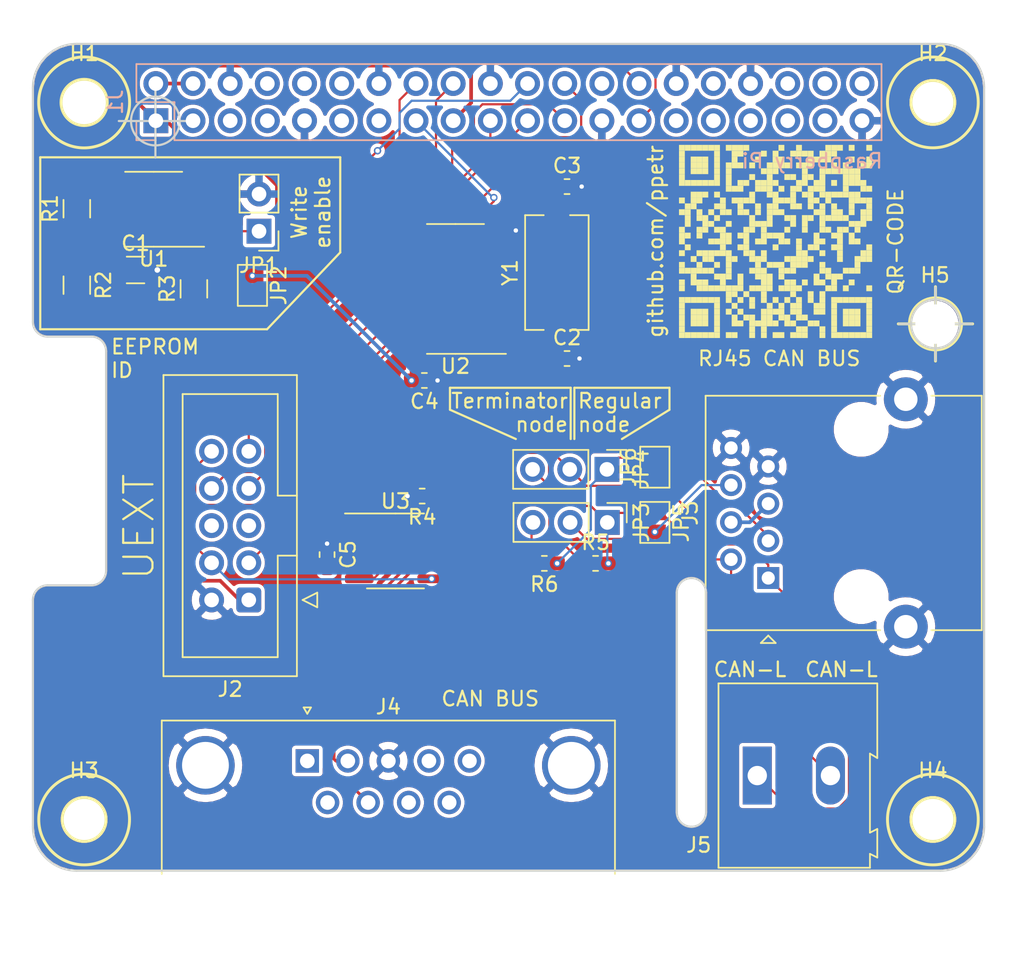
<source format=kicad_pcb>
(kicad_pcb (version 20171130) (host pcbnew "(5.1.6)-1")
  (title_block (rev 1))
  (layers (0 F.Cu signal) (31 B.Cu signal) (34 B.Paste user) (35 F.Paste user) (36 B.SilkS user) (37 F.SilkS user) (38 B.Mask user) (39 F.Mask user) (44 Edge.Cuts user))
  (net 0 "")
  (net 1 GND)
  (net 2 ID_SC)
  (net 3 ID_SD)
  (net 4 +3V3)
  (net 5 +5V)
  (net 6 /WRITE_PROTECT)
  (net 7 "Net-(C2-Pad1)")
  (net 8 "Net-(C3-Pad1)")
  (net 9 ~INT)
  (net 10 ~INT0)
  (net 11 ~INT1)
  (net 12 /MOSI)
  (net 13 /MISO)
  (net 14 AUTOBAUD)
  (net 15 /SCK)
  (net 16 /~SSEL)
  (net 17 /VBUS)
  (net 18 "Net-(R4-Pad1)")
  (net 19 /UEXT_POWER)
  (net 20 /TXCAN)
  (net 21 /RXCAN)
  (net 22 CAN+)
  (net 23 CAN-)
  (net 24 /CAN2+)
  (net 25 /CAN2-)
  (net 26 "Net-(JP3-Pad3)")
  (net 27 "Net-(JP4-Pad3)")
  (module rpi-hat:github.com_ppetr (layer F.Cu) (at 79.75 34.5 90)
    (fp_text reference QR-CODE (at 0 8.2 90) (layer F.SilkS))
    (fp_text value github.com/ppetr (at 0 -8.2 90) (layer F.SilkS))
  )
  (module Connector_PinSocket_2.54mm:PinSocket_2x20_P2.54mm_Vertical (layer B.Cu) (at 37.4 26.25 270)
    (fp_text reference J1 (at -1.27 2.77 270) (layer B.SilkS) (effects (justify mirror)))
    (fp_text value Raspberry_Pi_2_3)
    (pad 1 thru_hole rect (at 0 0 270) (size 1.7 1.7) (drill 1) (layers *.Cu *.Mask) (net 4 +3V3))
    (pad 2 thru_hole oval (at -2.54 0 270) (size 1.7 1.7) (drill 1) (layers *.Cu *.Mask) (net 5 +5V))
    (pad 3 thru_hole oval (at 0 -2.54 270) (size 1.7 1.7) (drill 1) (layers *.Cu *.Mask))
    (pad 4 thru_hole oval (at -2.54 -2.54 270) (size 1.7 1.7) (drill 1) (layers *.Cu *.Mask) (net 5 +5V))
    (pad 5 thru_hole oval (at 0 -5.08 270) (size 1.7 1.7) (drill 1) (layers *.Cu *.Mask))
    (pad 6 thru_hole oval (at -2.54 -5.08 270) (size 1.7 1.7) (drill 1) (layers *.Cu *.Mask) (net 1 GND))
    (pad 7 thru_hole oval (at 0 -7.62 270) (size 1.7 1.7) (drill 1) (layers *.Cu *.Mask))
    (pad 8 thru_hole oval (at -2.54 -7.62 270) (size 1.7 1.7) (drill 1) (layers *.Cu *.Mask))
    (pad 9 thru_hole oval (at 0 -10.16 270) (size 1.7 1.7) (drill 1) (layers *.Cu *.Mask) (net 1 GND))
    (pad 10 thru_hole oval (at -2.54 -10.16 270) (size 1.7 1.7) (drill 1) (layers *.Cu *.Mask))
    (pad 11 thru_hole oval (at 0 -12.7 270) (size 1.7 1.7) (drill 1) (layers *.Cu *.Mask))
    (pad 12 thru_hole oval (at -2.54 -12.7 270) (size 1.7 1.7) (drill 1) (layers *.Cu *.Mask))
    (pad 13 thru_hole oval (at 0 -15.24 270) (size 1.7 1.7) (drill 1) (layers *.Cu *.Mask))
    (pad 14 thru_hole oval (at -2.54 -15.24 270) (size 1.7 1.7) (drill 1) (layers *.Cu *.Mask) (net 1 GND))
    (pad 15 thru_hole oval (at 0 -17.78 270) (size 1.7 1.7) (drill 1) (layers *.Cu *.Mask) (net 9 ~INT))
    (pad 16 thru_hole oval (at -2.54 -17.78 270) (size 1.7 1.7) (drill 1) (layers *.Cu *.Mask) (net 10 ~INT0))
    (pad 17 thru_hole oval (at 0 -20.32 270) (size 1.7 1.7) (drill 1) (layers *.Cu *.Mask) (net 4 +3V3))
    (pad 18 thru_hole oval (at -2.54 -20.32 270) (size 1.7 1.7) (drill 1) (layers *.Cu *.Mask) (net 11 ~INT1))
    (pad 19 thru_hole oval (at 0 -22.86 270) (size 1.7 1.7) (drill 1) (layers *.Cu *.Mask) (net 12 /MOSI))
    (pad 20 thru_hole oval (at -2.54 -22.86 270) (size 1.7 1.7) (drill 1) (layers *.Cu *.Mask) (net 1 GND))
    (pad 21 thru_hole oval (at 0 -25.4 270) (size 1.7 1.7) (drill 1) (layers *.Cu *.Mask) (net 13 /MISO))
    (pad 22 thru_hole oval (at -2.54 -25.4 270) (size 1.7 1.7) (drill 1) (layers *.Cu *.Mask) (net 14 AUTOBAUD))
    (pad 23 thru_hole oval (at 0 -27.94 270) (size 1.7 1.7) (drill 1) (layers *.Cu *.Mask) (net 15 /SCK))
    (pad 24 thru_hole oval (at -2.54 -27.94 270) (size 1.7 1.7) (drill 1) (layers *.Cu *.Mask) (net 16 /~SSEL))
    (pad 25 thru_hole oval (at 0 -30.48 270) (size 1.7 1.7) (drill 1) (layers *.Cu *.Mask) (net 1 GND))
    (pad 26 thru_hole oval (at -2.54 -30.48 270) (size 1.7 1.7) (drill 1) (layers *.Cu *.Mask))
    (pad 27 thru_hole oval (at 0 -33.02 270) (size 1.7 1.7) (drill 1) (layers *.Cu *.Mask) (net 3 ID_SD))
    (pad 28 thru_hole oval (at -2.54 -33.02 270) (size 1.7 1.7) (drill 1) (layers *.Cu *.Mask) (net 2 ID_SC))
    (pad 29 thru_hole oval (at 0 -35.56 270) (size 1.7 1.7) (drill 1) (layers *.Cu *.Mask))
    (pad 30 thru_hole oval (at -2.54 -35.56 270) (size 1.7 1.7) (drill 1) (layers *.Cu *.Mask) (net 1 GND))
    (pad 31 thru_hole oval (at 0 -38.1 270) (size 1.7 1.7) (drill 1) (layers *.Cu *.Mask))
    (pad 32 thru_hole oval (at -2.54 -38.1 270) (size 1.7 1.7) (drill 1) (layers *.Cu *.Mask))
    (pad 33 thru_hole oval (at 0 -40.64 270) (size 1.7 1.7) (drill 1) (layers *.Cu *.Mask))
    (pad 34 thru_hole oval (at -2.54 -40.64 270) (size 1.7 1.7) (drill 1) (layers *.Cu *.Mask) (net 1 GND))
    (pad 35 thru_hole oval (at 0 -43.18 270) (size 1.7 1.7) (drill 1) (layers *.Cu *.Mask))
    (pad 36 thru_hole oval (at -2.54 -43.18 270) (size 1.7 1.7) (drill 1) (layers *.Cu *.Mask))
    (pad 37 thru_hole oval (at 0 -45.72 270) (size 1.7 1.7) (drill 1) (layers *.Cu *.Mask))
    (pad 38 thru_hole oval (at -2.54 -45.72 270) (size 1.7 1.7) (drill 1) (layers *.Cu *.Mask))
    (pad 39 thru_hole oval (at 0 -48.26 270) (size 1.7 1.7) (drill 1) (layers *.Cu *.Mask) (net 1 GND))
    (pad 40 thru_hole oval (at -2.54 -48.26 270) (size 1.7 1.7) (drill 1) (layers *.Cu *.Mask))
  )
  (module MountingHole:MountingHole_2.7mm_M2.5_DIN965 (layer F.Cu) (at 32.5 25)
    (fp_text reference H1 (at 0 -3.35) (layer F.SilkS))
    (fp_text value Drill)
    (pad 1 np_thru_hole circle (at 0 0) (size 2.7 2.7) (drill 2.7) (layers *.Cu *.Mask))
  )
  (module MountingHole:MountingHole_2.7mm_M2.5_DIN965 (layer F.Cu) (at 90.5 25)
    (fp_text reference H2 (at 0 -3.35) (layer F.SilkS))
    (fp_text value Drill)
    (pad 1 np_thru_hole circle (at 0 0) (size 2.7 2.7) (drill 2.7) (layers *.Cu *.Mask))
  )
  (module MountingHole:MountingHole_2.7mm_M2.5_DIN965 (layer F.Cu) (at 32.5 74)
    (fp_text reference H3 (at 0 -3.35) (layer F.SilkS))
    (fp_text value Drill)
    (pad 1 np_thru_hole circle (at 0 0) (size 2.7 2.7) (drill 2.7) (layers *.Cu *.Mask))
  )
  (module MountingHole:MountingHole_2.7mm_M2.5_DIN965 (layer F.Cu) (at 90.5 74)
    (fp_text reference H4 (at 0 -3.35) (layer F.SilkS))
    (fp_text value Drill)
    (pad 1 np_thru_hole circle (at 0 0) (size 2.7 2.7) (drill 2.7) (layers *.Cu *.Mask))
  )
  (module MountingHole:MountingHole_2.7mm_M2.5_DIN965 (layer F.Cu) (at 90.65 40.15)
    (fp_text reference H5 (at 0 -3.35) (layer F.SilkS))
    (fp_text value Drill)
    (pad 1 np_thru_hole circle (at 0 0) (size 2.7 2.7) (drill 2.7) (layers *.Cu *.Mask))
  )
  (module Package_SO:SOIC-8_3.9x4.9mm_P1.27mm (layer F.Cu) (at 37.25 32.3 180)
    (fp_text reference U1 (at 0 -3.4) (layer F.SilkS))
    (fp_text value CAT24C128)
    (pad 1 smd roundrect (at -2.475 -1.905 180) (size 1.95 0.6) (layers F.Cu F.Paste F.Mask) (net 1 GND))
    (pad 2 smd roundrect (at -2.475 -0.635 180) (size 1.95 0.6) (layers F.Cu F.Paste F.Mask) (net 1 GND))
    (pad 3 smd roundrect (at -2.475 0.635 180) (size 1.95 0.6) (layers F.Cu F.Paste F.Mask) (net 1 GND))
    (pad 4 smd roundrect (at -2.475 1.905 180) (size 1.95 0.6) (layers F.Cu F.Paste F.Mask) (net 1 GND))
    (pad 5 smd roundrect (at 2.475 1.905 180) (size 1.95 0.6) (layers F.Cu F.Paste F.Mask) (net 3 ID_SD))
    (pad 6 smd roundrect (at 2.475 0.635 180) (size 1.95 0.6) (layers F.Cu F.Paste F.Mask) (net 2 ID_SC))
    (pad 7 smd roundrect (at 2.475 -0.635 180) (size 1.95 0.6) (layers F.Cu F.Paste F.Mask) (net 6 /WRITE_PROTECT))
    (pad 8 smd roundrect (at 2.475 -1.905 180) (size 1.95 0.6) (layers F.Cu F.Paste F.Mask) (net 4 +3V3))
  )
  (module Resistor_SMD:R_1206_3216Metric_Pad1.42x1.75mm_HandSolder (layer F.Cu) (at 32 32.2625 90)
    (fp_text reference R1 (at 0 -1.82 90) (layer F.SilkS))
    (fp_text value 3k9)
    (pad 1 smd roundrect (at -1.4875 0 90) (size 1.425 1.75) (layers F.Cu F.Paste F.Mask) (roundrect_rratio 0.175439) (net 4 +3V3))
    (pad 2 smd roundrect (at 1.4875 0 90) (size 1.425 1.75) (layers F.Cu F.Paste F.Mask) (roundrect_rratio 0.175439) (net 3 ID_SD))
  )
  (module Resistor_SMD:R_1206_3216Metric_Pad1.42x1.75mm_HandSolder (layer F.Cu) (at 32 37.4875 270)
    (fp_text reference R2 (at 0 -1.82 90) (layer F.SilkS))
    (fp_text value 3k9)
    (pad 2 smd roundrect (at 1.4875 0 270) (size 1.425 1.75) (layers F.Cu F.Paste F.Mask) (roundrect_rratio 0.175439) (net 2 ID_SC))
    (pad 1 smd roundrect (at -1.4875 0 270) (size 1.425 1.75) (layers F.Cu F.Paste F.Mask) (roundrect_rratio 0.175439) (net 4 +3V3))
  )
  (module Resistor_SMD:R_1206_3216Metric_Pad1.42x1.75mm_HandSolder (layer F.Cu) (at 40 37.7375 90)
    (fp_text reference R3 (at 0 -1.82 90) (layer F.SilkS))
    (fp_text value 1k)
    (pad 1 smd roundrect (at -1.4875 0 90) (size 1.425 1.75) (layers F.Cu F.Paste F.Mask) (roundrect_rratio 0.175439) (net 4 +3V3))
    (pad 2 smd roundrect (at 1.4875 0 90) (size 1.425 1.75) (layers F.Cu F.Paste F.Mask) (roundrect_rratio 0.175439) (net 6 /WRITE_PROTECT))
  )
  (module Capacitor_SMD:C_1206_3216Metric_Pad1.42x1.75mm_HandSolder (layer F.Cu) (at 36.0125 36.45)
    (fp_text reference C1 (at 0 -1.82) (layer F.SilkS))
    (fp_text value 100nF)
    (pad 1 smd roundrect (at -1.4875 0) (size 1.425 1.75) (layers F.Cu F.Paste F.Mask) (roundrect_rratio 0.175439) (net 4 +3V3))
    (pad 2 smd roundrect (at 1.4875 0) (size 1.425 1.75) (layers F.Cu F.Paste F.Mask) (roundrect_rratio 0.175439) (net 1 GND))
  )
  (module Capacitor_SMD:C_0603_1608Metric_Pad1.05x0.95mm_HandSolder (layer F.Cu) (at 65.5 42.5)
    (fp_text reference C2 (at 0 -1.43) (layer F.SilkS))
    (fp_text value 22pF)
    (pad 1 smd roundrect (at -0.875 0) (size 1.05 0.95) (layers F.Cu F.Paste F.Mask) (net 7 "Net-(C2-Pad1)"))
    (pad 2 smd roundrect (at 0.875 0) (size 1.05 0.95) (layers F.Cu F.Paste F.Mask) (net 1 GND))
  )
  (module Capacitor_SMD:C_0603_1608Metric_Pad1.05x0.95mm_HandSolder (layer F.Cu) (at 65.5 30.75)
    (fp_text reference C3 (at 0 -1.43) (layer F.SilkS))
    (fp_text value 22pF)
    (pad 2 smd roundrect (at 0.875 0) (size 1.05 0.95) (layers F.Cu F.Paste F.Mask) (net 1 GND))
    (pad 1 smd roundrect (at -0.875 0) (size 1.05 0.95) (layers F.Cu F.Paste F.Mask) (net 8 "Net-(C3-Pad1)"))
  )
  (module Capacitor_SMD:C_0603_1608Metric_Pad1.05x0.95mm_HandSolder (layer F.Cu) (at 55.75 44 180)
    (fp_text reference C4 (at 0 -1.43) (layer F.SilkS))
    (fp_text value 100nF)
    (pad 1 smd roundrect (at -0.875 0 180) (size 1.05 0.95) (layers F.Cu F.Paste F.Mask) (net 1 GND))
    (pad 2 smd roundrect (at 0.875 0 180) (size 1.05 0.95) (layers F.Cu F.Paste F.Mask) (net 4 +3V3))
  )
  (module Capacitor_SMD:C_0603_1608Metric_Pad1.05x0.95mm_HandSolder (layer F.Cu) (at 49.1 55.9 270)
    (fp_text reference C5 (at 0 -1.43 90) (layer F.SilkS))
    (fp_text value 100nF)
    (pad 2 smd roundrect (at 0.875 0 270) (size 1.05 0.95) (layers F.Cu F.Paste F.Mask) (net 4 +3V3))
    (pad 1 smd roundrect (at -0.875 0 270) (size 1.05 0.95) (layers F.Cu F.Paste F.Mask) (net 1 GND))
  )
  (module Connector_IDC:IDC-Header_2x05_P2.54mm_Vertical (layer F.Cu) (at 43.75 59 180)
    (fp_text reference J2 (at 1.27 -6.1) (layer F.SilkS))
    (fp_text value UEXT_Slave)
    (pad 1 thru_hole roundrect (at 0 0 180) (size 1.7 1.7) (drill 1) (layers *.Cu *.Mask) (roundrect_rratio 0.147059) (net 19 /UEXT_POWER))
    (pad 3 thru_hole circle (at 0 2.54 180) (size 1.7 1.7) (drill 1) (layers *.Cu *.Mask) (net 9 ~INT))
    (pad 5 thru_hole circle (at 0 5.08 180) (size 1.7 1.7) (drill 1) (layers *.Cu *.Mask))
    (pad 7 thru_hole circle (at 0 7.62 180) (size 1.7 1.7) (drill 1) (layers *.Cu *.Mask) (net 13 /MISO))
    (pad 9 thru_hole circle (at 0 10.16 180) (size 1.7 1.7) (drill 1) (layers *.Cu *.Mask) (net 15 /SCK))
    (pad 2 thru_hole circle (at 2.54 0 180) (size 1.7 1.7) (drill 1) (layers *.Cu *.Mask) (net 1 GND))
    (pad 4 thru_hole circle (at 2.54 2.54 180) (size 1.7 1.7) (drill 1) (layers *.Cu *.Mask) (net 14 AUTOBAUD))
    (pad 6 thru_hole circle (at 2.54 5.08 180) (size 1.7 1.7) (drill 1) (layers *.Cu *.Mask))
    (pad 8 thru_hole circle (at 2.54 7.62 180) (size 1.7 1.7) (drill 1) (layers *.Cu *.Mask) (net 12 /MOSI))
    (pad 10 thru_hole circle (at 2.54 10.16 180) (size 1.7 1.7) (drill 1) (layers *.Cu *.Mask) (net 16 /~SSEL))
  )
  (module Connector_Dsub:DSUB-9_Male_Horizontal_P2.77x2.84mm_EdgePinOffset4.94mm_Housed_MountingHolesOffset7.48mm (layer F.Cu) (at 47.75 70)
    (fp_text reference J4 (at 5.54 -3.7) (layer F.SilkS))
    (fp_text value "DB9 Male CAN")
    (pad 1 thru_hole rect (at 0 0) (size 1.6 1.6) (drill 1) (layers *.Cu *.Mask))
    (pad 2 thru_hole circle (at 2.77 0) (size 1.6 1.6) (drill 1) (layers *.Cu *.Mask) (net 23 CAN-))
    (pad 3 thru_hole circle (at 5.54 0) (size 1.6 1.6) (drill 1) (layers *.Cu *.Mask) (net 1 GND))
    (pad 4 thru_hole circle (at 8.31 0) (size 1.6 1.6) (drill 1) (layers *.Cu *.Mask))
    (pad 5 thru_hole circle (at 11.08 0) (size 1.6 1.6) (drill 1) (layers *.Cu *.Mask))
    (pad 6 thru_hole circle (at 1.385 2.84) (size 1.6 1.6) (drill 1) (layers *.Cu *.Mask))
    (pad 7 thru_hole circle (at 4.155 2.84) (size 1.6 1.6) (drill 1) (layers *.Cu *.Mask) (net 22 CAN+))
    (pad 8 thru_hole circle (at 6.925 2.84) (size 1.6 1.6) (drill 1) (layers *.Cu *.Mask))
    (pad 9 thru_hole circle (at 9.695 2.84) (size 1.6 1.6) (drill 1) (layers *.Cu *.Mask))
    (pad 0 thru_hole circle (at -6.96 0.3) (size 4 4) (drill 3.2) (layers *.Cu *.Mask) (net 1 GND))
    (pad 0 thru_hole circle (at 18.04 0.3) (size 4 4) (drill 3.2) (layers *.Cu *.Mask) (net 1 GND))
  )
  (module Jumper:SolderJumper-2_P1.3mm_Bridged2Bar_Pad1.0x1.5mm (layer F.Cu) (at 44 37.5 270)
    (fp_text reference JP2 (at 0 -1.8 90) (layer F.SilkS))
    (fp_text value SolderJumper_2_Bridged)
    (fp_poly (pts (xy -0.25 -0.6) (xy 0.25 -0.6) (xy 0.25 -0.2) (xy -0.25 -0.2)) (layer F.Cu) (width 0))
    (fp_poly (pts (xy -0.25 0.2) (xy 0.25 0.2) (xy 0.25 0.6) (xy -0.25 0.6)) (layer F.Cu) (width 0))
    (pad 1 smd rect (at -0.65 0 270) (size 1 1.5) (layers F.Cu F.Mask) (net 4 +3V3))
    (pad 2 smd rect (at 0.65 0 270) (size 1 1.5) (layers F.Cu F.Mask) (net 19 /UEXT_POWER))
  )
  (module Resistor_SMD:R_0603_1608Metric_Pad1.05x0.95mm_HandSolder (layer F.Cu) (at 55.6 51.9 180)
    (fp_text reference R4 (at 0 -1.43) (layer F.SilkS))
    (fp_text value 100k)
    (pad 1 smd roundrect (at -0.875 0 180) (size 1.05 0.95) (layers F.Cu F.Paste F.Mask) (net 18 "Net-(R4-Pad1)"))
    (pad 2 smd roundrect (at 0.875 0 180) (size 1.05 0.95) (layers F.Cu F.Paste F.Mask) (net 1 GND))
  )
  (module Resistor_SMD:R_0603_1608Metric_Pad1.05x0.95mm_HandSolder (layer F.Cu) (at 67.45 56.5)
    (fp_text reference R5 (at 0 -1.43) (layer F.SilkS))
    (fp_text value 120)
    (pad 2 smd roundrect (at 0.875 0) (size 1.05 0.95) (layers F.Cu F.Paste F.Mask) (net 23 CAN-))
    (pad 1 smd roundrect (at -0.875 0) (size 1.05 0.95) (layers F.Cu F.Paste F.Mask) (net 27 "Net-(JP4-Pad3)"))
  )
  (module Package_SO:SOIC-14_3.9x8.7mm_P1.27mm (layer F.Cu) (at 57.874999 37.744999 180)
    (fp_text reference U2 (at 0 -5.28) (layer F.SilkS))
    (fp_text value MCP2517FD-xSL)
    (pad 1 smd roundrect (at -2.475 -3.81 180) (size 1.95 0.6) (layers F.Cu F.Paste F.Mask) (net 20 /TXCAN))
    (pad 2 smd roundrect (at -2.475 -2.54 180) (size 1.95 0.6) (layers F.Cu F.Paste F.Mask) (net 21 /RXCAN))
    (pad 3 smd roundrect (at -2.475 -1.27 180) (size 1.95 0.6) (layers F.Cu F.Paste F.Mask))
    (pad 4 smd roundrect (at -2.475 0 180) (size 1.95 0.6) (layers F.Cu F.Paste F.Mask) (net 9 ~INT))
    (pad 5 smd roundrect (at -2.475 1.27 180) (size 1.95 0.6) (layers F.Cu F.Paste F.Mask) (net 7 "Net-(C2-Pad1)"))
    (pad 6 smd roundrect (at -2.475 2.54 180) (size 1.95 0.6) (layers F.Cu F.Paste F.Mask) (net 8 "Net-(C3-Pad1)"))
    (pad 7 smd roundrect (at -2.475 3.81 180) (size 1.95 0.6) (layers F.Cu F.Paste F.Mask) (net 1 GND))
    (pad 8 smd roundrect (at 2.475 3.81 180) (size 1.95 0.6) (layers F.Cu F.Paste F.Mask) (net 11 ~INT1))
    (pad 9 smd roundrect (at 2.475 2.54 180) (size 1.95 0.6) (layers F.Cu F.Paste F.Mask) (net 10 ~INT0))
    (pad 10 smd roundrect (at 2.475 1.27 180) (size 1.95 0.6) (layers F.Cu F.Paste F.Mask) (net 15 /SCK))
    (pad 11 smd roundrect (at 2.475 0 180) (size 1.95 0.6) (layers F.Cu F.Paste F.Mask) (net 12 /MOSI))
    (pad 12 smd roundrect (at 2.475 -1.27 180) (size 1.95 0.6) (layers F.Cu F.Paste F.Mask) (net 13 /MISO))
    (pad 13 smd roundrect (at 2.475 -2.54 180) (size 1.95 0.6) (layers F.Cu F.Paste F.Mask) (net 16 /~SSEL))
    (pad 14 smd roundrect (at 2.475 -3.81 180) (size 1.95 0.6) (layers F.Cu F.Paste F.Mask) (net 4 +3V3))
  )
  (module Package_SO:SOIC-8_3.9x4.9mm_P1.27mm (layer F.Cu) (at 53.774999 55.65)
    (fp_text reference U3 (at 0 -3.4) (layer F.SilkS))
    (fp_text value SN65HVD235)
    (pad 1 smd roundrect (at -2.475 -1.905) (size 1.95 0.6) (layers F.Cu F.Paste F.Mask) (net 20 /TXCAN))
    (pad 2 smd roundrect (at -2.475 -0.635) (size 1.95 0.6) (layers F.Cu F.Paste F.Mask) (net 1 GND))
    (pad 3 smd roundrect (at -2.475 0.635) (size 1.95 0.6) (layers F.Cu F.Paste F.Mask) (net 4 +3V3))
    (pad 4 smd roundrect (at -2.475 1.905) (size 1.95 0.6) (layers F.Cu F.Paste F.Mask) (net 21 /RXCAN))
    (pad 5 smd roundrect (at 2.475 1.905) (size 1.95 0.6) (layers F.Cu F.Paste F.Mask) (net 14 AUTOBAUD))
    (pad 6 smd roundrect (at 2.475 0.635) (size 1.95 0.6) (layers F.Cu F.Paste F.Mask) (net 23 CAN-))
    (pad 7 smd roundrect (at 2.475 -0.635) (size 1.95 0.6) (layers F.Cu F.Paste F.Mask) (net 22 CAN+))
    (pad 8 smd roundrect (at 2.475 -1.905) (size 1.95 0.6) (layers F.Cu F.Paste F.Mask) (net 18 "Net-(R4-Pad1)"))
  )
  (module Crystal:Crystal_SMD_ECS_CSM3X-2Pin_7.6x4.1mm (layer F.Cu) (at 64.805001 36.624999 90)
    (fp_text reference Y1 (at 0 -3.2 90) (layer F.SilkS))
    (fp_text value 20MHz)
    (pad 1 smd rect (at -2.75 0 90) (size 3.5 1.2) (layers F.Cu F.Paste F.Mask) (net 7 "Net-(C2-Pad1)"))
    (pad 2 smd rect (at 2.75 0 90) (size 3.5 1.2) (layers F.Cu F.Paste F.Mask) (net 8 "Net-(C3-Pad1)"))
  )
  (module Connector_PinHeader_2.54mm:PinHeader_1x03_P2.54mm_Vertical (layer F.Cu) (at 68.25 53.7 270)
    (fp_text reference JP3 (at 0 -2.33 90) (layer F.SilkS))
    (fp_text value Terminator)
    (pad 3 thru_hole oval (at 0 5.08 270) (size 1.7 1.7) (drill 1) (layers *.Cu *.Mask) (net 26 "Net-(JP3-Pad3)"))
    (pad 2 thru_hole oval (at 0 2.54 270) (size 1.7 1.7) (drill 1) (layers *.Cu *.Mask) (net 25 /CAN2-))
    (pad 1 thru_hole rect (at 0 0 270) (size 1.7 1.7) (drill 1) (layers *.Cu *.Mask) (net 23 CAN-))
  )
  (module Connector_PinHeader_2.54mm:PinHeader_1x03_P2.54mm_Vertical (layer F.Cu) (at 68.224999 50.075001 270)
    (fp_text reference JP4 (at 0 -2.33 90) (layer F.SilkS))
    (fp_text value Terminator)
    (pad 1 thru_hole rect (at 0 0 270) (size 1.7 1.7) (drill 1) (layers *.Cu *.Mask) (net 24 /CAN2+))
    (pad 2 thru_hole oval (at 0 2.54 270) (size 1.7 1.7) (drill 1) (layers *.Cu *.Mask) (net 22 CAN+))
    (pad 3 thru_hole oval (at 0 5.08 270) (size 1.7 1.7) (drill 1) (layers *.Cu *.Mask) (net 27 "Net-(JP4-Pad3)"))
  )
  (module Jumper:SolderJumper-2_P1.3mm_Open_Pad1.0x1.5mm (layer F.Cu) (at 71.5 53.7 270)
    (fp_text reference JP5 (at 0 -1.8 90) (layer F.SilkS))
    (fp_text value NoTerminator)
    (pad 1 smd rect (at -0.65 0 270) (size 1 1.5) (layers F.Cu F.Mask) (net 23 CAN-))
    (pad 2 smd rect (at 0.65 0 270) (size 1 1.5) (layers F.Cu F.Mask) (net 25 /CAN2-))
  )
  (module Jumper:SolderJumper-2_P1.3mm_Open_Pad1.0x1.5mm (layer F.Cu) (at 71.5 49.925001 90)
    (fp_text reference JP6 (at 0 -1.8 90) (layer F.SilkS))
    (fp_text value NoTerminator)
    (pad 2 smd rect (at 0.65 0 90) (size 1 1.5) (layers F.Cu F.Mask) (net 24 /CAN2+))
    (pad 1 smd rect (at -0.65 0 90) (size 1 1.5) (layers F.Cu F.Mask) (net 22 CAN+))
  )
  (module Resistor_SMD:R_0603_1608Metric_Pad1.05x0.95mm_HandSolder (layer F.Cu) (at 63.95 56.5 180)
    (fp_text reference R6 (at 0 -1.43) (layer F.SilkS))
    (fp_text value 120)
    (pad 1 smd roundrect (at -0.875 0 180) (size 1.05 0.95) (layers F.Cu F.Paste F.Mask) (net 24 /CAN2+))
    (pad 2 smd roundrect (at 0.875 0 180) (size 1.05 0.95) (layers F.Cu F.Paste F.Mask) (net 26 "Net-(JP3-Pad3)"))
  )
  (module Connector_PinHeader_2.54mm:PinHeader_1x02_P2.54mm_Vertical (layer F.Cu) (at 44.45 33.8 180)
    (fp_text reference JP1 (at 0 -2.33) (layer F.SilkS))
    (fp_text value "Write Enable")
    (pad 1 thru_hole rect (at 0 0 180) (size 1.7 1.7) (drill 1) (layers *.Cu *.Mask) (net 6 /WRITE_PROTECT))
    (pad 2 thru_hole oval (at 0 2.54 180) (size 1.7 1.7) (drill 1) (layers *.Cu *.Mask) (net 1 GND))
  )
  (module TerminalBlock:TerminalBlock_Altech_AK300-2_P5.00mm (layer F.Cu) (at 78.5 71)
    (fp_text reference J5 (at -4 4.75) (layer F.SilkS))
    (fp_text value Screw_Terminal_01x02)
    (pad 1 thru_hole rect (at 0 0) (size 1.98 3.96) (drill 1.32) (layers *.Cu *.Mask) (net 22 CAN+))
    (pad 2 thru_hole oval (at 5 0) (size 1.98 3.96) (drill 1.32) (layers *.Cu *.Mask) (net 23 CAN-))
  )
  (module Connector_RJ:RJ45_Ninigi_GE (layer F.Cu) (at 79.25 57.5 90)
    (fp_text reference J3 (at 4.445 -5.34 90) (layer F.SilkS))
    (fp_text value RJ45_Shielded)
    (pad "" np_thru_hole circle (at 10.16 6.35 270) (size 3.25 3.25) (drill 3.25) (layers *.Cu *.Mask))
    (pad SH thru_hole circle (at 12.215 9.4 270) (size 3 3) (drill 1.6) (layers *.Cu *.Mask) (net 1 GND))
    (pad "" np_thru_hole circle (at -1.27 6.35 90) (size 3.25 3.25) (drill 3.25) (layers *.Cu *.Mask))
    (pad 3 thru_hole circle (at 2.54 0 270) (size 1.5 1.5) (drill 0.9) (layers *.Cu *.Mask) (net 24 /CAN2+))
    (pad 5 thru_hole circle (at 5.08 0 270) (size 1.5 1.5) (drill 0.9) (layers *.Cu *.Mask) (net 17 /VBUS))
    (pad 4 thru_hole circle (at 3.81 -2.54 270) (size 1.5 1.5) (drill 0.9) (layers *.Cu *.Mask) (net 17 /VBUS))
    (pad 7 thru_hole circle (at 7.62 0 270) (size 1.5 1.5) (drill 0.9) (layers *.Cu *.Mask) (net 1 GND))
    (pad 1 thru_hole rect (at 0 0 270) (size 1.5 1.5) (drill 0.9) (layers *.Cu *.Mask) (net 22 CAN+))
    (pad 2 thru_hole circle (at 1.27 -2.54 270) (size 1.5 1.5) (drill 0.9) (layers *.Cu *.Mask) (net 23 CAN-))
    (pad SH thru_hole circle (at -3.325 9.4 90) (size 3 3) (drill 1.6) (layers *.Cu *.Mask) (net 1 GND))
    (pad 8 thru_hole circle (at 8.89 -2.54 270) (size 1.5 1.5) (drill 0.9) (layers *.Cu *.Mask) (net 1 GND))
    (pad 6 thru_hole circle (at 6.35 -2.54 270) (size 1.5 1.5) (drill 0.9) (layers *.Cu *.Mask) (net 25 /CAN2-))
  )
  (gr_text "CAN-L\n" (at 84.25 63.75) (layer F.SilkS) (effects (font (size 1 1))))
  (gr_text "CAN-L\n" (at 78 63.75) (layer F.SilkS) (effects (font (size 1 1))))
  (gr_text "Raspberry Pi" (at 82.25 29) (layer B.SilkS) (effects (font (size 1 1)) (justify mirror)))
  (gr_text "RJ45 CAN BUS\n" (at 80 42.5) (layer F.SilkS) (effects (font (size 1 1))))
  (gr_text "CAN BUS\n" (at 60.25 65.75) (layer F.SilkS) (effects (font (size 1 1))))
  (gr_text "UEXT\n" (at 36.25 54 90) (layer F.SilkS) (effects (font (size 2 2))))
  (gr_line (start 45 40.5) (end 50 35.25) (layer F.SilkS) (width 0.15))
  (gr_text "Write\nenable" (at 48 32.5 90) (layer F.SilkS) (effects (font (size 1 1))))
  (gr_line (start 57.5 46) (end 62 48) (layer F.SilkS) (width 0.15))
  (gr_line (start 57.5 44.5) (end 57.5 46) (layer F.SilkS) (width 0.15))
  (gr_line (start 65.75 44.5) (end 57.5 44.5) (layer F.SilkS) (width 0.15))
  (gr_line (start 65.75 48) (end 65.75 44.5) (layer F.SilkS) (width 0.15))
  (gr_line (start 72.5 46) (end 69.25 48) (layer F.SilkS) (width 0.15))
  (gr_line (start 72.5 44.5) (end 72.5 46) (layer F.SilkS) (width 0.15))
  (gr_line (start 66 44.5) (end 72.5 44.5) (layer F.SilkS) (width 0.15))
  (gr_line (start 66 48) (end 66 44.5) (layer F.SilkS) (width 0.15))
  (gr_text "Terminator\nnode\n" (at 65.65 46.2) (layer F.SilkS) (effects (font (size 1 1)) (justify right)))
  (gr_text "Regular\nnode\n" (at 66.15 46.2) (layer F.SilkS) (effects (font (size 1 1)) (justify left)))
  (gr_text "EEPROM\nID" (at 34.25 42.5) (layer F.SilkS) (effects (font (size 1 1)) (justify left)))
  (gr_line (start 29.5 40.5) (end 29.5 28.75) (layer F.SilkS) (width 0.15))
  (gr_line (start 45 40.5) (end 29.5 40.5) (layer F.SilkS) (width 0.15))
  (gr_line (start 50 28.75) (end 50 35.25) (layer F.SilkS) (width 0.15))
  (gr_line (start 29.5 28.75) (end 50 28.75) (layer F.SilkS) (width 0.15))
  (target plus (at 37.37 26.27) (size 5) (width 0.15) (layer Edge.Cuts))
  (gr_circle (center 90.678 40.132) (end 92.456 40.132) (layer F.SilkS) (width 0.2))
  (gr_line (start 90.678 42.672) (end 90.678 37.592) (angle 90) (layer F.SilkS) (width 0.2))
  (gr_line (start 88.138 40.132) (end 93.218 40.132) (angle 90) (layer F.SilkS) (width 0.2))
  (target plus (at 90.678 40.132) (size 5) (width 0.15) (layer Edge.Cuts))
  (gr_line (start 32 77.5) (end 91 77.5) (angle 90) (layer Edge.Cuts) (width 0.15))
  (gr_circle (center 32.5 74) (end 35.6 73.9) (layer F.SilkS) (width 0.2))
  (gr_circle (center 32.5 74) (end 34 74) (layer F.SilkS) (width 0.2))
  (gr_circle (center 90.5 74) (end 93.6 74.1) (layer F.SilkS) (width 0.2))
  (gr_circle (center 90.5 74) (end 92 74) (layer F.SilkS) (width 0.2))
  (gr_circle (center 32.5 25) (end 35.6 24.8) (layer F.SilkS) (width 0.2))
  (gr_circle (center 90.5 25) (end 93.6 25.1) (layer F.SilkS) (width 0.2))
  (gr_circle (center 90.5 25) (end 92 25) (layer F.SilkS) (width 0.2))
  (gr_circle (center 32.5 25) (end 34 25.5) (layer F.SilkS) (width 0.2))
  (gr_arc (start 74 58.5) (end 74 57.5) (angle 90) (layer Edge.Cuts) (width 0.15))
  (gr_arc (start 74 58.5) (end 73 58.5) (angle 90) (layer Edge.Cuts) (width 0.15))
  (gr_line (start 75 73.5) (end 75 58.5) (angle 90) (layer Edge.Cuts) (width 0.15))
  (gr_arc (start 74 73.5) (end 75 73.5) (angle 90) (layer Edge.Cuts) (width 0.15))
  (gr_arc (start 74 73.5) (end 74 74.5) (angle 90) (layer Edge.Cuts) (width 0.15))
  (gr_line (start 73 73.5) (end 73 58.5) (angle 90) (layer Edge.Cuts) (width 0.15))
  (gr_line (start 29 40) (end 29 24) (angle 90) (layer Edge.Cuts) (width 0.15))
  (gr_arc (start 30 40) (end 30 41) (angle 90) (layer Edge.Cuts) (width 0.15))
  (gr_line (start 33 41) (end 30 41) (angle 90) (layer Edge.Cuts) (width 0.15))
  (gr_arc (start 33 42) (end 33 41) (angle 90) (layer Edge.Cuts) (width 0.15))
  (gr_line (start 34 57) (end 34 42) (angle 90) (layer Edge.Cuts) (width 0.15))
  (gr_arc (start 33 57) (end 34 57) (angle 90) (layer Edge.Cuts) (width 0.15))
  (gr_line (start 30 58) (end 33 58) (angle 90) (layer Edge.Cuts) (width 0.15))
  (gr_arc (start 30 59) (end 29 59) (angle 90) (layer Edge.Cuts) (width 0.15))
  (gr_line (start 29 74.5) (end 29 59) (angle 90) (layer Edge.Cuts) (width 0.15))
  (gr_arc (start 32 74.5) (end 32 77.5) (angle 90) (layer Edge.Cuts) (width 0.15))
  (gr_arc (start 91 74.5) (end 94 74.5) (angle 90) (layer Edge.Cuts) (width 0.15))
  (gr_line (start 94 24) (end 94 74.5) (angle 90) (layer Edge.Cuts) (width 0.15))
  (gr_arc (start 91 24) (end 91 21) (angle 90) (layer Edge.Cuts) (width 0.15))
  (gr_line (start 90 21) (end 91 21) (angle 90) (layer Edge.Cuts) (width 0.15))
  (gr_arc (start 32 24) (end 29 24) (angle 90) (layer Edge.Cuts) (width 0.15))
  (gr_line (start 32 21) (end 90 21) (angle 90) (layer Edge.Cuts) (width 0.15))
  (segment (start 85.63 26.27) (end 85.706 26.27) (width 0.254) (layer F.Cu) (net 1))
  (segment (start 37.5 36.45) (end 37.55 36.45) (width 0.254) (layer F.Cu) (net 1))
  (segment (start 39.725 34.275) (end 39.725 34.205) (width 0.254) (layer F.Cu) (net 1))
  (segment (start 37.55 36.45) (end 39.725 34.275) (width 0.254) (layer F.Cu) (net 1))
  (segment (start 39.725 34.205) (end 39.725 30.395) (width 0.254) (layer F.Cu) (net 1))
  (via (at 37.5 36.45) (size 0.889) (drill 0.381) (layers F.Cu B.Cu) (net 1))
  (via (at 49.1 55.15) (size 0.5) (drill 0.3) (layers F.Cu B.Cu) (net 1))
  (segment (start 49.1 55.025) (end 49.1 55.15) (width 0.25) (layer F.Cu) (net 1))
  (via (at 54.6 51.9) (size 0.5) (drill 0.3) (layers F.Cu B.Cu) (net 1))
  (segment (start 54.725 51.9) (end 54.6 51.9) (width 0.25) (layer F.Cu) (net 1))
  (segment (start 51.299999 55.015) (end 51.215 55.015) (width 0.25) (layer F.Cu) (net 1))
  (segment (start 51.08 55.15) (end 49.1 55.15) (width 0.25) (layer F.Cu) (net 1))
  (segment (start 51.215 55.015) (end 51.08 55.15) (width 0.25) (layer F.Cu) (net 1))
  (via (at 66.5 30.75) (size 0.5) (drill 0.3) (layers F.Cu B.Cu) (net 1))
  (segment (start 66.375 30.75) (end 66.5 30.75) (width 0.25) (layer F.Cu) (net 1))
  (via (at 62 33.75) (size 0.5) (drill 0.3) (layers F.Cu B.Cu) (net 1))
  (segment (start 60.349999 33.934999) (end 61.815001 33.934999) (width 0.25) (layer F.Cu) (net 1))
  (segment (start 61.815001 33.934999) (end 62 33.75) (width 0.25) (layer F.Cu) (net 1))
  (via (at 66.35 42.5) (size 0.5) (drill 0.3) (layers F.Cu B.Cu) (net 1))
  (segment (start 66.375 42.5) (end 66.35 42.5) (width 0.25) (layer F.Cu) (net 1))
  (via (at 56.65 44) (size 0.5) (drill 0.3) (layers F.Cu B.Cu) (net 1))
  (segment (start 56.625 44) (end 56.65 44) (width 0.25) (layer F.Cu) (net 1))
  (segment (start 30.23598 37.21098) (end 32 38.975) (width 0.254) (layer F.Cu) (net 2))
  (segment (start 30.23598 32.8157) (end 30.23598 37.21098) (width 0.254) (layer F.Cu) (net 2))
  (segment (start 31.18317 31.86851) (end 30.23598 32.8157) (width 0.254) (layer F.Cu) (net 2))
  (segment (start 34.57149 31.86851) (end 31.18317 31.86851) (width 0.254) (layer F.Cu) (net 2))
  (segment (start 34.775 31.665) (end 34.57149 31.86851) (width 0.254) (layer F.Cu) (net 2))
  (segment (start 68.744989 22.034989) (end 70.42 23.71) (width 0.15) (layer F.Cu) (net 2))
  (segment (start 35.72499 22.935598) (end 36.625599 22.034989) (width 0.15) (layer F.Cu) (net 2))
  (segment (start 36.625599 22.034989) (end 68.744989 22.034989) (width 0.15) (layer F.Cu) (net 2))
  (segment (start 35.724989 25.211399) (end 35.72499 22.935598) (width 0.15) (layer F.Cu) (net 2))
  (segment (start 36.02501 25.51142) (end 35.724989 25.211399) (width 0.15) (layer F.Cu) (net 2))
  (segment (start 36.02501 31.38999) (end 36.02501 25.51142) (width 0.15) (layer F.Cu) (net 2))
  (segment (start 35.75 31.665) (end 36.02501 31.38999) (width 0.15) (layer F.Cu) (net 2))
  (segment (start 34.775 31.665) (end 35.75 31.665) (width 0.15) (layer F.Cu) (net 2))
  (segment (start 32.38 30.395) (end 32 30.775) (width 0.254) (layer F.Cu) (net 3))
  (segment (start 34.775 30.395) (end 32.38 30.395) (width 0.254) (layer F.Cu) (net 3))
  (segment (start 35.374981 22.790621) (end 35.374981 29.724981) (width 0.15) (layer F.Cu) (net 3))
  (segment (start 71.545001 25.124999) (end 71.545001 23.169999) (width 0.15) (layer F.Cu) (net 3))
  (segment (start 70.059981 21.684979) (end 36.480621 21.684979) (width 0.15) (layer F.Cu) (net 3))
  (segment (start 70.42 26.25) (end 71.545001 25.124999) (width 0.15) (layer F.Cu) (net 3))
  (segment (start 71.545001 23.169999) (end 70.059981 21.684979) (width 0.15) (layer F.Cu) (net 3))
  (segment (start 36.480621 21.684979) (end 35.374981 22.790621) (width 0.15) (layer F.Cu) (net 3))
  (segment (start 34.775 30.324962) (end 34.775 30.395) (width 0.15) (layer F.Cu) (net 3))
  (segment (start 35.374981 29.724981) (end 34.775 30.324962) (width 0.15) (layer F.Cu) (net 3))
  (segment (start 34.775 34.205) (end 34.775 34.225) (width 0.254) (layer F.Cu) (net 4))
  (segment (start 32 33.75) (end 32 34) (width 0.254) (layer F.Cu) (net 4))
  (segment (start 34.525 34.455) (end 34.775 34.205) (width 0.254) (layer F.Cu) (net 4))
  (segment (start 34.525 36.45) (end 34.525 34.455) (width 0.254) (layer F.Cu) (net 4))
  (segment (start 34.075 36) (end 34.525 36.45) (width 0.254) (layer F.Cu) (net 4))
  (segment (start 32 36) (end 34.075 36) (width 0.254) (layer F.Cu) (net 4))
  (segment (start 32 36) (end 32 33.75) (width 0.254) (layer F.Cu) (net 4))
  (segment (start 49.59 56.285) (end 49.1 56.775) (width 0.25) (layer F.Cu) (net 4))
  (segment (start 51.299999 56.285) (end 49.59 56.285) (width 0.25) (layer F.Cu) (net 4))
  (segment (start 54.875 42.079998) (end 55.399999 41.554999) (width 0.25) (layer F.Cu) (net 4))
  (segment (start 54.875 44) (end 54.875 42.079998) (width 0.25) (layer F.Cu) (net 4))
  (via (at 54.875 44) (size 0.5) (drill 0.3) (layers F.Cu B.Cu) (net 4))
  (segment (start 47.725 36.85) (end 54.875 44) (width 0.25) (layer B.Cu) (net 4))
  (segment (start 48.24999 50.62501) (end 54.875 44) (width 0.25) (layer F.Cu) (net 4))
  (segment (start 48.24999 55.92499) (end 48.24999 50.62501) (width 0.25) (layer F.Cu) (net 4))
  (segment (start 49.1 56.775) (end 48.24999 55.92499) (width 0.25) (layer F.Cu) (net 4))
  (segment (start 45.675001 30.671999) (end 44.453002 29.45) (width 0.25) (layer F.Cu) (net 4))
  (segment (start 45.675001 35.174999) (end 45.675001 30.671999) (width 0.25) (layer F.Cu) (net 4))
  (segment (start 44 36.85) (end 45.675001 35.174999) (width 0.25) (layer F.Cu) (net 4))
  (via (at 44 36.85) (size 0.5) (drill 0.3) (layers F.Cu B.Cu) (net 4))
  (segment (start 47.725 36.85) (end 44 36.85) (width 0.25) (layer B.Cu) (net 4))
  (segment (start 42.375 36.85) (end 44 36.85) (width 0.25) (layer F.Cu) (net 4))
  (segment (start 40 39.225) (end 42.375 36.85) (width 0.25) (layer F.Cu) (net 4))
  (segment (start 37.3 39.225) (end 40 39.225) (width 0.25) (layer F.Cu) (net 4))
  (segment (start 34.525 36.45) (end 37.3 39.225) (width 0.25) (layer F.Cu) (net 4))
  (segment (start 38.126998 26.25) (end 37.4 26.25) (width 0.25) (layer F.Cu) (net 4))
  (segment (start 41.326998 29.45) (end 38.126998 26.25) (width 0.25) (layer F.Cu) (net 4))
  (segment (start 44.453002 29.45) (end 41.326998 29.45) (width 0.25) (layer F.Cu) (net 4))
  (segment (start 58.945001 25.024999) (end 57.72 26.25) (width 0.25) (layer F.Cu) (net 4))
  (segment (start 58.308001 22.484999) (end 58.945001 23.121999) (width 0.25) (layer F.Cu) (net 4))
  (segment (start 36.811999 22.484999) (end 58.308001 22.484999) (width 0.25) (layer F.Cu) (net 4))
  (segment (start 36.174999 23.121999) (end 36.811999 22.484999) (width 0.25) (layer F.Cu) (net 4))
  (segment (start 36.174999 25.024999) (end 36.174999 23.121999) (width 0.25) (layer F.Cu) (net 4))
  (segment (start 58.945001 23.121999) (end 58.945001 25.024999) (width 0.25) (layer F.Cu) (net 4))
  (segment (start 37.4 26.25) (end 36.174999 25.024999) (width 0.25) (layer F.Cu) (net 4))
  (segment (start 37.4 23.71) (end 39.94 23.71) (width 0.254) (layer F.Cu) (net 5))
  (segment (start 42.45 33.8) (end 40 36.25) (width 0.15) (layer F.Cu) (net 6))
  (segment (start 44.45 33.8) (end 42.45 33.8) (width 0.15) (layer F.Cu) (net 6))
  (segment (start 35.151768 32.935) (end 34.775 32.935) (width 0.15) (layer F.Cu) (net 6))
  (segment (start 36.07501 33.858242) (end 35.151768 32.935) (width 0.15) (layer F.Cu) (net 6))
  (segment (start 36.07501 36.9257) (end 36.07501 33.858242) (width 0.15) (layer F.Cu) (net 6))
  (segment (start 36.79932 37.65001) (end 36.07501 36.9257) (width 0.15) (layer F.Cu) (net 6))
  (segment (start 38.59999 37.65001) (end 36.79932 37.65001) (width 0.15) (layer F.Cu) (net 6))
  (segment (start 40 36.25) (end 38.59999 37.65001) (width 0.15) (layer F.Cu) (net 6))
  (segment (start 64.625 39.555) (end 64.805001 39.374999) (width 0.15) (layer F.Cu) (net 7))
  (segment (start 64.625 42.5) (end 64.625 39.555) (width 0.15) (layer F.Cu) (net 7))
  (segment (start 61.905001 36.474999) (end 64.805001 39.374999) (width 0.15) (layer F.Cu) (net 7))
  (segment (start 60.349999 36.474999) (end 61.905001 36.474999) (width 0.15) (layer F.Cu) (net 7))
  (segment (start 63.475001 35.204999) (end 64.805001 33.874999) (width 0.15) (layer F.Cu) (net 8))
  (segment (start 60.349999 35.204999) (end 63.475001 35.204999) (width 0.15) (layer F.Cu) (net 8))
  (segment (start 64.805001 30.930001) (end 64.625 30.75) (width 0.15) (layer F.Cu) (net 8))
  (segment (start 64.805001 33.874999) (end 64.805001 30.930001) (width 0.15) (layer F.Cu) (net 8))
  (segment (start 46.060008 54.149992) (end 43.75 56.46) (width 0.15) (layer F.Cu) (net 9))
  (segment (start 46.060008 49.248222) (end 46.060008 54.149992) (width 0.15) (layer F.Cu) (net 9))
  (segment (start 54.378241 40.929989) (end 46.060008 49.248222) (width 0.15) (layer F.Cu) (net 9))
  (segment (start 56.858951 40.929989) (end 54.378241 40.929989) (width 0.15) (layer F.Cu) (net 9))
  (segment (start 60.043941 37.744999) (end 56.858951 40.929989) (width 0.15) (layer F.Cu) (net 9))
  (segment (start 60.349999 37.744999) (end 60.043941 37.744999) (width 0.15) (layer F.Cu) (net 9))
  (via (at 60.5 31.5) (size 0.5) (drill 0.3) (layers F.Cu B.Cu) (net 9))
  (segment (start 55.18 26.25) (end 60.43 31.5) (width 0.15) (layer B.Cu) (net 9))
  (segment (start 60.43 31.5) (end 60.5 31.5) (width 0.15) (layer B.Cu) (net 9))
  (segment (start 60.5 31.5) (end 60.5 31.75) (width 0.15) (layer F.Cu) (net 9))
  (segment (start 59.049989 37.419989) (end 59.374999 37.744999) (width 0.15) (layer F.Cu) (net 9))
  (segment (start 59.049989 33.200011) (end 59.049989 37.419989) (width 0.15) (layer F.Cu) (net 9))
  (segment (start 59.374999 37.744999) (end 60.349999 37.744999) (width 0.15) (layer F.Cu) (net 9))
  (segment (start 60.5 31.75) (end 59.049989 33.200011) (width 0.15) (layer F.Cu) (net 9))
  (segment (start 54.054999 24.835001) (end 55.18 23.71) (width 0.15) (layer F.Cu) (net 10))
  (segment (start 54.054999 34.834999) (end 54.054999 24.835001) (width 0.15) (layer F.Cu) (net 10))
  (segment (start 54.424999 35.204999) (end 54.054999 34.834999) (width 0.15) (layer F.Cu) (net 10))
  (segment (start 55.399999 35.204999) (end 54.424999 35.204999) (width 0.15) (layer F.Cu) (net 10))
  (segment (start 56.544999 24.885001) (end 57.72 23.71) (width 0.15) (layer F.Cu) (net 11))
  (segment (start 56.544999 32.789999) (end 56.544999 24.885001) (width 0.15) (layer F.Cu) (net 11))
  (segment (start 55.399999 33.934999) (end 56.544999 32.789999) (width 0.15) (layer F.Cu) (net 11))
  (segment (start 42.335001 50.254999) (end 41.21 51.38) (width 0.15) (layer F.Cu) (net 12))
  (segment (start 44.000003 50.254999) (end 42.335001 50.254999) (width 0.15) (layer F.Cu) (net 12))
  (segment (start 44.875001 49.380001) (end 44.000003 50.254999) (width 0.15) (layer F.Cu) (net 12))
  (segment (start 44.875001 47.294997) (end 44.875001 49.380001) (width 0.15) (layer F.Cu) (net 12))
  (segment (start 54.424999 37.744999) (end 44.875001 47.294997) (width 0.15) (layer F.Cu) (net 12))
  (segment (start 55.399999 37.744999) (end 54.424999 37.744999) (width 0.15) (layer F.Cu) (net 12))
  (segment (start 55.399999 37.744999) (end 55.706057 37.744999) (width 0.15) (layer F.Cu) (net 12))
  (segment (start 57.999959 35.451097) (end 57.999959 30.500041) (width 0.15) (layer F.Cu) (net 12))
  (segment (start 55.706057 37.744999) (end 57.999959 35.451097) (width 0.15) (layer F.Cu) (net 12))
  (segment (start 60.26 28.24) (end 60.26 26.25) (width 0.15) (layer F.Cu) (net 12))
  (segment (start 57.999959 30.500041) (end 60.26 28.24) (width 0.15) (layer F.Cu) (net 12))
  (segment (start 45.225011 49.904989) (end 43.75 51.38) (width 0.15) (layer F.Cu) (net 13))
  (segment (start 45.225011 48.214987) (end 45.225011 49.904989) (width 0.15) (layer F.Cu) (net 13))
  (segment (start 54.424999 39.014999) (end 45.225011 48.214987) (width 0.15) (layer F.Cu) (net 13))
  (segment (start 55.399999 39.014999) (end 54.424999 39.014999) (width 0.15) (layer F.Cu) (net 13))
  (segment (start 58.349969 30.700031) (end 62.8 26.25) (width 0.15) (layer F.Cu) (net 13))
  (segment (start 58.349969 37.040029) (end 58.349969 30.700031) (width 0.15) (layer F.Cu) (net 13))
  (segment (start 56.374999 39.014999) (end 58.349969 37.040029) (width 0.15) (layer F.Cu) (net 13))
  (segment (start 55.399999 39.014999) (end 56.374999 39.014999) (width 0.15) (layer F.Cu) (net 13))
  (segment (start 61.624999 24.885001) (end 54.879997 24.885001) (width 0.15) (layer B.Cu) (net 14))
  (segment (start 62.8 23.71) (end 61.624999 24.885001) (width 0.15) (layer B.Cu) (net 14))
  (segment (start 54.879997 24.885001) (end 54.054999 25.709999) (width 0.15) (layer B.Cu) (net 14))
  (segment (start 54.054999 25.709999) (end 54.054999 26.790001) (width 0.15) (layer B.Cu) (net 14))
  (via (at 56.249999 57.555) (size 0.5) (drill 0.3) (layers F.Cu B.Cu) (net 14))
  (segment (start 56.219998 57.585001) (end 56.249999 57.555) (width 0.15) (layer B.Cu) (net 14))
  (segment (start 42.335001 57.585001) (end 56.219998 57.585001) (width 0.15) (layer B.Cu) (net 14))
  (segment (start 41.21 56.46) (end 42.335001 57.585001) (width 0.15) (layer B.Cu) (net 14))
  (segment (start 52.4525 28.3975) (end 52.55 28.3) (width 0.15) (layer B.Cu) (net 14))
  (segment (start 52.4475 28.3975) (end 52.4525 28.3975) (width 0.15) (layer B.Cu) (net 14))
  (segment (start 54.054999 26.790001) (end 52.4475 28.3975) (width 0.15) (layer B.Cu) (net 14))
  (via (at 52.55 28.3) (size 0.5) (drill 0.3) (layers F.Cu B.Cu) (net 14))
  (segment (start 51 33) (end 51 37.384998) (width 0.15) (layer F.Cu) (net 14))
  (segment (start 39.734989 48.650009) (end 39.734989 54.984989) (width 0.15) (layer F.Cu) (net 14))
  (segment (start 51 37.384998) (end 39.734989 48.650009) (width 0.15) (layer F.Cu) (net 14))
  (segment (start 39.734989 54.984989) (end 41.21 56.46) (width 0.15) (layer F.Cu) (net 14))
  (segment (start 51 29.85) (end 52.55 28.3) (width 0.15) (layer F.Cu) (net 14))
  (segment (start 51 33) (end 51 29.85) (width 0.15) (layer F.Cu) (net 14))
  (segment (start 43.75 47.149998) (end 43.75 48.84) (width 0.15) (layer F.Cu) (net 15))
  (segment (start 54.424999 36.474999) (end 43.75 47.149998) (width 0.15) (layer F.Cu) (net 15))
  (segment (start 55.399999 36.474999) (end 54.424999 36.474999) (width 0.15) (layer F.Cu) (net 15))
  (segment (start 64.214999 25.124999) (end 65.34 26.25) (width 0.15) (layer F.Cu) (net 15))
  (segment (start 59.719999 25.124999) (end 64.214999 25.124999) (width 0.15) (layer F.Cu) (net 15))
  (segment (start 59.134999 25.709999) (end 59.719999 25.124999) (width 0.15) (layer F.Cu) (net 15))
  (segment (start 59.134999 26.574003) (end 59.134999 25.709999) (width 0.15) (layer F.Cu) (net 15))
  (segment (start 57.649949 28.059053) (end 59.134999 26.574003) (width 0.15) (layer F.Cu) (net 15))
  (segment (start 57.649949 35.200049) (end 57.649949 28.059053) (width 0.15) (layer F.Cu) (net 15))
  (segment (start 56.374999 36.474999) (end 57.649949 35.200049) (width 0.15) (layer F.Cu) (net 15))
  (segment (start 55.399999 36.474999) (end 56.374999 36.474999) (width 0.15) (layer F.Cu) (net 15))
  (segment (start 40.669999 52.505001) (end 40.084999 51.920001) (width 0.15) (layer F.Cu) (net 16))
  (segment (start 44.290001 52.505001) (end 40.669999 52.505001) (width 0.15) (layer F.Cu) (net 16))
  (segment (start 45.709998 51.085004) (end 44.290001 52.505001) (width 0.15) (layer F.Cu) (net 16))
  (segment (start 40.084999 49.965001) (end 41.21 48.84) (width 0.15) (layer F.Cu) (net 16))
  (segment (start 40.084999 51.920001) (end 40.084999 49.965001) (width 0.15) (layer F.Cu) (net 16))
  (segment (start 45.709998 49) (end 45.709998 51.085004) (width 0.15) (layer F.Cu) (net 16))
  (segment (start 54.424999 40.284999) (end 45.709998 49) (width 0.15) (layer F.Cu) (net 16))
  (segment (start 55.399999 40.284999) (end 54.424999 40.284999) (width 0.15) (layer F.Cu) (net 16))
  (segment (start 66.465001 24.835001) (end 65.34 23.71) (width 0.15) (layer F.Cu) (net 16))
  (segment (start 65.880001 27.375001) (end 66.465001 26.790001) (width 0.15) (layer F.Cu) (net 16))
  (segment (start 63.847997 27.375001) (end 65.880001 27.375001) (width 0.15) (layer F.Cu) (net 16))
  (segment (start 66.465001 26.790001) (end 66.465001 24.835001) (width 0.15) (layer F.Cu) (net 16))
  (segment (start 58.699979 32.523019) (end 63.847997 27.375001) (width 0.15) (layer F.Cu) (net 16))
  (segment (start 58.699979 37.960019) (end 58.699979 32.523019) (width 0.15) (layer F.Cu) (net 16))
  (segment (start 56.374999 40.284999) (end 58.699979 37.960019) (width 0.15) (layer F.Cu) (net 16))
  (segment (start 55.399999 40.284999) (end 56.374999 40.284999) (width 0.15) (layer F.Cu) (net 16))
  (segment (start 77.98 53.69) (end 79.25 52.42) (width 0.25) (layer B.Cu) (net 17))
  (segment (start 76.71 53.69) (end 77.98 53.69) (width 0.25) (layer B.Cu) (net 17))
  (segment (start 56.249999 52.125001) (end 56.475 51.9) (width 0.15) (layer F.Cu) (net 18))
  (segment (start 56.249999 53.745) (end 56.249999 52.125001) (width 0.15) (layer F.Cu) (net 18))
  (segment (start 39.284979 42.865021) (end 44 38.15) (width 0.25) (layer F.Cu) (net 19))
  (segment (start 39.284979 56.347981) (end 39.284979 42.865021) (width 0.25) (layer F.Cu) (net 19))
  (segment (start 40.621999 57.685001) (end 39.284979 56.347981) (width 0.25) (layer F.Cu) (net 19))
  (segment (start 41.798001 57.685001) (end 40.621999 57.685001) (width 0.25) (layer F.Cu) (net 19))
  (segment (start 43.113 59) (end 41.798001 57.685001) (width 0.25) (layer F.Cu) (net 19))
  (segment (start 43.75 59) (end 43.113 59) (width 0.25) (layer F.Cu) (net 19))
  (segment (start 60.349999 42.636069) (end 51.299999 51.686069) (width 0.15) (layer F.Cu) (net 20))
  (segment (start 51.299999 51.686069) (end 51.299999 53.745) (width 0.15) (layer F.Cu) (net 20))
  (segment (start 60.349999 41.554999) (end 60.349999 42.636069) (width 0.15) (layer F.Cu) (net 20))
  (segment (start 61.324999 40.284999) (end 60.349999 40.284999) (width 0.15) (layer F.Cu) (net 21))
  (segment (start 61.600009 41.881047) (end 61.600009 40.560009) (width 0.15) (layer F.Cu) (net 21))
  (segment (start 53.87499 49.606066) (end 61.600009 41.881047) (width 0.15) (layer F.Cu) (net 21))
  (segment (start 53.87499 55.955009) (end 53.87499 49.606066) (width 0.15) (layer F.Cu) (net 21))
  (segment (start 61.600009 40.560009) (end 61.324999 40.284999) (width 0.15) (layer F.Cu) (net 21))
  (segment (start 52.274999 57.555) (end 53.87499 55.955009) (width 0.15) (layer F.Cu) (net 21))
  (segment (start 51.299999 57.555) (end 52.274999 57.555) (width 0.15) (layer F.Cu) (net 21))
  (segment (start 66.81 51.200002) (end 65.684999 50.075001) (width 0.15) (layer F.Cu) (net 22))
  (segment (start 70.874999 51.200002) (end 66.81 51.200002) (width 0.15) (layer F.Cu) (net 22))
  (segment (start 71.5 50.575001) (end 70.874999 51.200002) (width 0.15) (layer F.Cu) (net 22))
  (segment (start 57.224999 55.015) (end 57.69999 54.540009) (width 0.15) (layer F.Cu) (net 22))
  (segment (start 56.249999 55.015) (end 57.224999 55.015) (width 0.15) (layer F.Cu) (net 22))
  (segment (start 64.209988 48.59999) (end 65.684999 50.075001) (width 0.15) (layer F.Cu) (net 22))
  (segment (start 62.46002 48.59999) (end 64.209988 48.59999) (width 0.15) (layer F.Cu) (net 22))
  (segment (start 57.69999 53.36002) (end 62.46002 48.59999) (width 0.15) (layer F.Cu) (net 22))
  (segment (start 57.69999 54.540009) (end 57.69999 53.36002) (width 0.15) (layer F.Cu) (net 22))
  (segment (start 50.165001 71.100001) (end 49.991999 71.100001) (width 0.2) (layer F.Cu) (net 22))
  (segment (start 51.905 72.84) (end 50.165001 71.100001) (width 0.2) (layer F.Cu) (net 22))
  (segment (start 49.991999 71.100001) (end 49.419999 70.528001) (width 0.2) (layer F.Cu) (net 22))
  (segment (start 49.419999 70.354999) (end 49.125 70.06) (width 0.2) (layer F.Cu) (net 22))
  (segment (start 49.419999 70.528001) (end 49.419999 70.354999) (width 0.2) (layer F.Cu) (net 22))
  (segment (start 55.580009 55.68499) (end 56.249999 55.015) (width 0.2) (layer F.Cu) (net 22))
  (segment (start 49.125 62.139999) (end 54.974989 56.29001) (width 0.2) (layer F.Cu) (net 22))
  (segment (start 54.974989 56.29001) (end 54.974989 55.948598) (width 0.2) (layer F.Cu) (net 22))
  (segment (start 49.125 70.06) (end 49.125 62.139999) (width 0.2) (layer F.Cu) (net 22))
  (segment (start 55.238597 55.68499) (end 55.580009 55.68499) (width 0.2) (layer F.Cu) (net 22))
  (segment (start 54.974989 55.948598) (end 55.238597 55.68499) (width 0.2) (layer F.Cu) (net 22))
  (segment (start 79.25 56.6) (end 79.25 57.5) (width 0.15) (layer F.Cu) (net 22))
  (segment (start 76.129998 55.204999) (end 77.854999 55.204999) (width 0.15) (layer F.Cu) (net 22))
  (segment (start 77.854999 55.204999) (end 79.25 56.6) (width 0.15) (layer F.Cu) (net 22))
  (segment (start 71.5 50.575001) (end 76.129998 55.204999) (width 0.15) (layer F.Cu) (net 22))
  (segment (start 84.76501 63.01501) (end 79.25 57.5) (width 0.15) (layer F.Cu) (net 22))
  (segment (start 84.76501 72.513984) (end 84.76501 63.01501) (width 0.15) (layer F.Cu) (net 22))
  (segment (start 80.75501 73.25501) (end 84.023984 73.25501) (width 0.15) (layer F.Cu) (net 22))
  (segment (start 84.023984 73.25501) (end 84.76501 72.513984) (width 0.15) (layer F.Cu) (net 22))
  (segment (start 78.5 71) (end 80.75501 73.25501) (width 0.15) (layer F.Cu) (net 22))
  (segment (start 55.616396 56.285) (end 56.249999 56.285) (width 0.2) (layer F.Cu) (net 23))
  (segment (start 68.9 53.05) (end 68.25 53.7) (width 0.15) (layer F.Cu) (net 23))
  (segment (start 71.5 53.05) (end 68.9 53.05) (width 0.15) (layer F.Cu) (net 23))
  (segment (start 68.25 56.425) (end 68.325 56.5) (width 0.15) (layer F.Cu) (net 23))
  (segment (start 62.604998 48.95) (end 58.05 53.504998) (width 0.15) (layer F.Cu) (net 23))
  (segment (start 67.124999 52.574999) (end 66.229997 52.574999) (width 0.15) (layer F.Cu) (net 23))
  (segment (start 68.25 53.7) (end 67.124999 52.574999) (width 0.15) (layer F.Cu) (net 23))
  (segment (start 63.685 48.95) (end 62.604998 48.95) (width 0.15) (layer F.Cu) (net 23))
  (segment (start 66.229997 52.574999) (end 64.27 50.615002) (width 0.15) (layer F.Cu) (net 23))
  (segment (start 64.27 50.615002) (end 64.27 49.535) (width 0.15) (layer F.Cu) (net 23))
  (segment (start 64.27 49.535) (end 63.685 48.95) (width 0.15) (layer F.Cu) (net 23))
  (segment (start 57.224999 56.285) (end 56.249999 56.285) (width 0.15) (layer F.Cu) (net 23))
  (segment (start 58.05 55.459999) (end 57.224999 56.285) (width 0.15) (layer F.Cu) (net 23))
  (segment (start 58.05 53.504998) (end 58.05 55.459999) (width 0.15) (layer F.Cu) (net 23))
  (segment (start 68.25 53.7) (end 68.25 56.425) (width 0.15) (layer B.Cu) (net 23))
  (via (at 68.325 56.5) (size 0.5) (drill 0.3) (layers F.Cu B.Cu) (net 23))
  (segment (start 68.25 56.425) (end 68.325 56.5) (width 0.15) (layer B.Cu) (net 23))
  (segment (start 49.701397 70) (end 49.575 69.873603) (width 0.2) (layer F.Cu) (net 23))
  (segment (start 50.52 70) (end 49.701397 70) (width 0.2) (layer F.Cu) (net 23))
  (segment (start 49.575 62.326396) (end 55.616396 56.285) (width 0.2) (layer F.Cu) (net 23))
  (segment (start 49.575 69.873603) (end 49.575 62.326396) (width 0.2) (layer F.Cu) (net 23))
  (segment (start 71.945002 53.05) (end 71.5 53.05) (width 0.15) (layer F.Cu) (net 23))
  (segment (start 75.125002 56.23) (end 71.945002 53.05) (width 0.15) (layer F.Cu) (net 23))
  (segment (start 76.71 56.23) (end 75.125002 56.23) (width 0.15) (layer F.Cu) (net 23))
  (segment (start 76.71 64.21) (end 76.71 56.23) (width 0.15) (layer F.Cu) (net 23))
  (segment (start 83.5 71) (end 76.71 64.21) (width 0.15) (layer F.Cu) (net 23))
  (segment (start 69.024999 49.275001) (end 68.224999 50.075001) (width 0.15) (layer F.Cu) (net 24))
  (segment (start 71.5 49.275001) (end 69.024999 49.275001) (width 0.15) (layer F.Cu) (net 24))
  (segment (start 67.124999 54.200001) (end 64.825 56.5) (width 0.15) (layer B.Cu) (net 24))
  (via (at 64.825 56.5) (size 0.5) (drill 0.3) (layers F.Cu B.Cu) (net 24))
  (segment (start 67.124999 51.175001) (end 67.124999 54.200001) (width 0.15) (layer B.Cu) (net 24))
  (segment (start 68.224999 50.075001) (end 67.124999 51.175001) (width 0.15) (layer B.Cu) (net 24))
  (segment (start 77.226001 52.614999) (end 79.25 54.638998) (width 0.15) (layer F.Cu) (net 24))
  (segment (start 73.317999 49.275001) (end 76.657997 52.614999) (width 0.15) (layer F.Cu) (net 24))
  (segment (start 79.25 54.638998) (end 79.25 54.96) (width 0.15) (layer F.Cu) (net 24))
  (segment (start 76.657997 52.614999) (end 77.226001 52.614999) (width 0.15) (layer F.Cu) (net 24))
  (segment (start 71.5 49.275001) (end 73.317999 49.275001) (width 0.15) (layer F.Cu) (net 24))
  (segment (start 66.835001 54.825001) (end 71.024999 54.825001) (width 0.15) (layer F.Cu) (net 25))
  (segment (start 65.71 53.7) (end 66.835001 54.825001) (width 0.15) (layer F.Cu) (net 25))
  (via (at 71.5 54.35) (size 0.5) (drill 0.3) (layers F.Cu B.Cu) (net 25))
  (segment (start 76.71 51.15) (end 74.7 51.15) (width 0.15) (layer B.Cu) (net 25))
  (segment (start 74.7 51.15) (end 71.5 54.35) (width 0.15) (layer B.Cu) (net 25))
  (segment (start 63.075 53.795) (end 63.17 53.7) (width 0.15) (layer F.Cu) (net 26))
  (segment (start 63.075 56.5) (end 63.075 53.795) (width 0.15) (layer F.Cu) (net 26))
  (segment (start 64.295001 51.225003) (end 63.144999 50.075001) (width 0.15) (layer F.Cu) (net 27))
  (segment (start 64.295001 54.220001) (end 64.295001 51.225003) (width 0.15) (layer F.Cu) (net 27))
  (segment (start 66.575 56.5) (end 64.295001 54.220001) (width 0.15) (layer F.Cu) (net 27))
  (zone (net 1) (net_name GND) (layer B.Cu) (connect_pads (clearance 0)) (min_thickness 0.254) (fill yes (arc_segments 32) (thermal_gap 0.508) (thermal_bridge_width 0.508))
    (polygon (pts (xy 96.75 78.5) (xy 26.75 78.5) (xy 26.75 18.5) (xy 96.75 18.5)))
  )
  (zone (net 1) (net_name GND) (layer F.Cu) (connect_pads (clearance 0)) (min_thickness 0.254) (fill yes (arc_segments 32) (thermal_gap 0.508) (thermal_bridge_width 0.508))
    (polygon (pts (xy 96.75 79) (xy 26.75 79) (xy 26.75 18) (xy 96.75 18)))
  )
)
</source>
